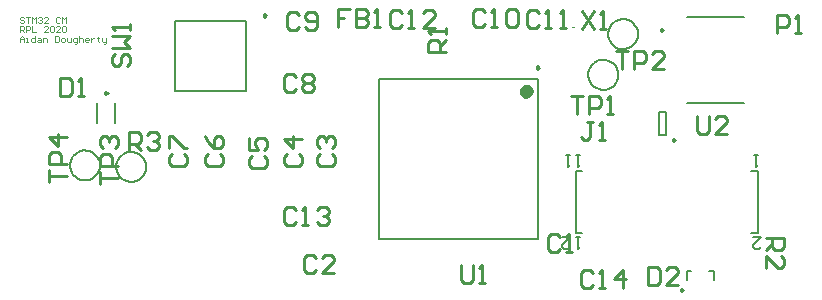
<source format=gto>
G04*
G04 #@! TF.GenerationSoftware,Altium Limited,Altium Designer,20.0.11 (256)*
G04*
G04 Layer_Color=65535*
%FSLAX25Y25*%
%MOIN*%
G70*
G01*
G75*
%ADD10C,0.00787*%
%ADD11C,0.00984*%
%ADD12C,0.00492*%
%ADD13C,0.02362*%
%ADD14C,0.00300*%
%ADD15C,0.00600*%
%ADD16C,0.01000*%
D10*
X30000Y64900D02*
X29898Y65907D01*
X29595Y66872D01*
X29104Y67756D01*
X28445Y68524D01*
X27645Y69143D01*
X26737Y69589D01*
X25757Y69842D01*
X24747Y69894D01*
X23747Y69740D01*
X22798Y69389D01*
X21939Y68854D01*
X21206Y68157D01*
X20628Y67326D01*
X20229Y66397D01*
X20026Y65406D01*
Y64394D01*
X20229Y63403D01*
X20628Y62473D01*
X21206Y61643D01*
X21939Y60946D01*
X22798Y60411D01*
X23747Y60060D01*
X24747Y59906D01*
X25757Y59958D01*
X26737Y60211D01*
X27645Y60657D01*
X28445Y61276D01*
X29104Y62044D01*
X29595Y62928D01*
X29898Y63894D01*
X30000Y64900D01*
X45400Y64400D02*
X45298Y65407D01*
X44995Y66372D01*
X44504Y67256D01*
X43845Y68024D01*
X43045Y68643D01*
X42136Y69089D01*
X41157Y69342D01*
X40147Y69394D01*
X39147Y69240D01*
X38198Y68889D01*
X37339Y68354D01*
X36606Y67657D01*
X36028Y66826D01*
X35629Y65897D01*
X35426Y64906D01*
Y63894D01*
X35629Y62903D01*
X36028Y61974D01*
X36606Y61143D01*
X37339Y60446D01*
X38198Y59911D01*
X39147Y59560D01*
X40147Y59406D01*
X41157Y59458D01*
X42136Y59711D01*
X43045Y60157D01*
X43845Y60776D01*
X44504Y61544D01*
X44995Y62428D01*
X45298Y63393D01*
X45400Y64400D01*
X209400Y108700D02*
X209298Y109706D01*
X208995Y110672D01*
X208504Y111556D01*
X207845Y112324D01*
X207045Y112943D01*
X206136Y113389D01*
X205157Y113642D01*
X204147Y113694D01*
X203147Y113540D01*
X202198Y113189D01*
X201340Y112654D01*
X200606Y111957D01*
X200028Y111126D01*
X199629Y110197D01*
X199426Y109206D01*
Y108194D01*
X199629Y107203D01*
X200028Y106273D01*
X200606Y105443D01*
X201340Y104746D01*
X202198Y104211D01*
X203147Y103860D01*
X204147Y103706D01*
X205157Y103758D01*
X206136Y104011D01*
X207045Y104457D01*
X207845Y105076D01*
X208504Y105844D01*
X208995Y106728D01*
X209298Y107694D01*
X209400Y108700D01*
X202800Y95100D02*
X202698Y96106D01*
X202395Y97072D01*
X201904Y97956D01*
X201245Y98724D01*
X200445Y99343D01*
X199537Y99789D01*
X198557Y100042D01*
X197547Y100094D01*
X196547Y99940D01*
X195598Y99589D01*
X194739Y99054D01*
X194006Y98357D01*
X193428Y97527D01*
X193029Y96597D01*
X192826Y95606D01*
Y94594D01*
X193029Y93603D01*
X193428Y92673D01*
X194006Y91843D01*
X194739Y91146D01*
X195598Y90611D01*
X196547Y90260D01*
X197547Y90106D01*
X198557Y90158D01*
X199537Y90411D01*
X200445Y90857D01*
X201245Y91476D01*
X201904Y92244D01*
X202395Y93128D01*
X202698Y94094D01*
X202800Y95100D01*
X233053Y29757D02*
X234628D01*
Y26608D02*
Y29757D01*
X225572D02*
X227147D01*
X225572Y26608D02*
Y29757D01*
X216419Y74963D02*
Y82837D01*
X218781Y74963D02*
Y82837D01*
X216419D02*
X218781D01*
X216419Y74963D02*
X218781D01*
X225640Y85709D02*
X244656D01*
X225640Y114291D02*
X244656D01*
X29049Y79053D02*
Y85747D01*
X35151Y79053D02*
Y85747D01*
X247130Y63065D02*
X249295D01*
X247130Y42475D02*
X249295D01*
Y63065D01*
X188705Y42475D02*
X190870D01*
X188705Y63065D02*
X190870D01*
X188705Y42475D02*
Y63065D01*
X55118Y89567D02*
X78740D01*
X55118D02*
Y113189D01*
X78740D01*
Y89567D02*
Y113189D01*
X122925Y40425D02*
Y93575D01*
X176075Y40425D02*
X176075Y93575D01*
X122925Y40425D02*
X176075Y40425D01*
X122925Y93575D02*
X176075D01*
D11*
X224490Y23360D02*
X223752Y23786D01*
Y22934D01*
X224490Y23360D01*
X221832Y73388D02*
X221094Y73814D01*
Y72962D01*
X221832Y73388D01*
X217727Y110000D02*
X216989Y110426D01*
Y109574D01*
X217727Y110000D01*
X32592Y89093D02*
X31854Y89519D01*
Y88667D01*
X32592Y89093D01*
X85370Y114953D02*
X84632Y115379D01*
Y114526D01*
X85370Y114953D01*
X176370Y97512D02*
X175632Y97938D01*
Y97086D01*
X176370Y97512D01*
D12*
X187994Y111209D02*
X187502D01*
X187994D01*
D13*
X173319Y89638D02*
X172874Y90561D01*
X171875Y90789D01*
X171074Y90150D01*
Y89125D01*
X171875Y88486D01*
X172874Y88714D01*
X173319Y89638D01*
D14*
X4733Y114071D02*
X4400Y114404D01*
X3733D01*
X3400Y114071D01*
Y113738D01*
X3733Y113405D01*
X4400D01*
X4733Y113071D01*
Y112738D01*
X4400Y112405D01*
X3733D01*
X3400Y112738D01*
X5399Y114404D02*
X6732D01*
X6066D01*
Y112405D01*
X7399D02*
Y114404D01*
X8065Y113738D01*
X8732Y114404D01*
Y112405D01*
X9398Y114071D02*
X9731Y114404D01*
X10398D01*
X10731Y114071D01*
Y113738D01*
X10398Y113405D01*
X10064D01*
X10398D01*
X10731Y113071D01*
Y112738D01*
X10398Y112405D01*
X9731D01*
X9398Y112738D01*
X12730Y112405D02*
X11397D01*
X12730Y113738D01*
Y114071D01*
X12397Y114404D01*
X11731D01*
X11397Y114071D01*
X16729D02*
X16396Y114404D01*
X15729D01*
X15396Y114071D01*
Y112738D01*
X15729Y112405D01*
X16396D01*
X16729Y112738D01*
X17395Y112405D02*
Y114404D01*
X18062Y113738D01*
X18728Y114404D01*
Y112405D01*
X3400Y109286D02*
Y111285D01*
X4400D01*
X4733Y110952D01*
Y110285D01*
X4400Y109952D01*
X3400D01*
X4066D02*
X4733Y109286D01*
X5399D02*
Y111285D01*
X6399D01*
X6732Y110952D01*
Y110285D01*
X6399Y109952D01*
X5399D01*
X7399Y111285D02*
Y109286D01*
X8732D01*
X12730D02*
X11397D01*
X12730Y110619D01*
Y110952D01*
X12397Y111285D01*
X11731D01*
X11397Y110952D01*
X13397D02*
X13730Y111285D01*
X14396D01*
X14730Y110952D01*
Y109619D01*
X14396Y109286D01*
X13730D01*
X13397Y109619D01*
Y110952D01*
X16729Y109286D02*
X15396D01*
X16729Y110619D01*
Y110952D01*
X16396Y111285D01*
X15729D01*
X15396Y110952D01*
X17395D02*
X17729Y111285D01*
X18395D01*
X18728Y110952D01*
Y109619D01*
X18395Y109286D01*
X17729D01*
X17395Y109619D01*
Y110952D01*
X3400Y106167D02*
Y107499D01*
X4066Y108166D01*
X4733Y107499D01*
Y106167D01*
Y107166D01*
X3400D01*
X5399Y106167D02*
X6066D01*
X5733D01*
Y107499D01*
X5399D01*
X8398Y108166D02*
Y106167D01*
X7399D01*
X7066Y106500D01*
Y107166D01*
X7399Y107499D01*
X8398D01*
X9398D02*
X10064D01*
X10398Y107166D01*
Y106167D01*
X9398D01*
X9065Y106500D01*
X9398Y106833D01*
X10398D01*
X11064Y106167D02*
Y107499D01*
X12064D01*
X12397Y107166D01*
Y106167D01*
X15063Y108166D02*
Y106167D01*
X16063D01*
X16396Y106500D01*
Y107833D01*
X16063Y108166D01*
X15063D01*
X17395Y106167D02*
X18062D01*
X18395Y106500D01*
Y107166D01*
X18062Y107499D01*
X17395D01*
X17062Y107166D01*
Y106500D01*
X17395Y106167D01*
X19062Y107499D02*
Y106500D01*
X19395Y106167D01*
X20394D01*
Y107499D01*
X21727Y105500D02*
X22061D01*
X22394Y105833D01*
Y107499D01*
X21394D01*
X21061Y107166D01*
Y106500D01*
X21394Y106167D01*
X22394D01*
X23060Y108166D02*
Y106167D01*
Y107166D01*
X23393Y107499D01*
X24060D01*
X24393Y107166D01*
Y106167D01*
X26059D02*
X25393D01*
X25060Y106500D01*
Y107166D01*
X25393Y107499D01*
X26059D01*
X26392Y107166D01*
Y106833D01*
X25060D01*
X27059Y107499D02*
Y106167D01*
Y106833D01*
X27392Y107166D01*
X27725Y107499D01*
X28059D01*
X29392Y107833D02*
Y107499D01*
X29058D01*
X29725D01*
X29392D01*
Y106500D01*
X29725Y106167D01*
X30724Y107499D02*
Y106500D01*
X31058Y106167D01*
X32057D01*
Y105833D01*
X31724Y105500D01*
X31391D01*
X32057Y106167D02*
Y107499D01*
D15*
X249236Y68518D02*
X247903D01*
X248570D01*
Y64519D01*
X249236Y65186D01*
X247751Y40959D02*
X250417D01*
X247751Y38293D01*
Y37627D01*
X248418Y36960D01*
X249751D01*
X250417Y37627D01*
X189945Y68518D02*
X188612D01*
X189278D01*
Y64519D01*
X189945Y65186D01*
X186613Y68518D02*
X185280D01*
X185946D01*
Y64519D01*
X186613Y65186D01*
X189945Y40959D02*
X188612D01*
X189278D01*
Y36960D01*
X189945Y37627D01*
X183947Y40959D02*
X186613D01*
X183947Y38293D01*
Y37627D01*
X184613Y36960D01*
X185946D01*
X186613Y37627D01*
D16*
X12901Y59303D02*
Y63301D01*
Y61302D01*
X18899D01*
Y65301D02*
X12901D01*
Y68300D01*
X13901Y69299D01*
X15900D01*
X16900Y68300D01*
Y65301D01*
X18899Y74298D02*
X12901D01*
X15900Y71299D01*
Y75297D01*
X30201Y58803D02*
Y62801D01*
Y60802D01*
X36199D01*
Y64801D02*
X30201D01*
Y67800D01*
X31201Y68799D01*
X33200D01*
X34200Y67800D01*
Y64801D01*
X31201Y70799D02*
X30201Y71798D01*
Y73798D01*
X31201Y74797D01*
X32200D01*
X33200Y73798D01*
Y72798D01*
Y73798D01*
X34200Y74797D01*
X35199D01*
X36199Y73798D01*
Y71798D01*
X35199Y70799D01*
X202203Y103099D02*
X206201D01*
X204202D01*
Y97101D01*
X208201D02*
Y103099D01*
X211200D01*
X212199Y102099D01*
Y100100D01*
X211200Y99100D01*
X208201D01*
X218197Y97101D02*
X214199D01*
X218197Y101100D01*
Y102099D01*
X217198Y103099D01*
X215198D01*
X214199Y102099D01*
X187202Y87999D02*
X191201D01*
X189202D01*
Y82001D01*
X193200D02*
Y87999D01*
X196199D01*
X197199Y86999D01*
Y85000D01*
X196199Y84000D01*
X193200D01*
X199198Y82001D02*
X201198D01*
X200198D01*
Y87999D01*
X199198Y86999D01*
X229202Y81499D02*
Y76501D01*
X230201Y75501D01*
X232201D01*
X233200Y76501D01*
Y81499D01*
X239198Y75501D02*
X235200D01*
X239198Y79500D01*
Y80499D01*
X238199Y81499D01*
X236199D01*
X235200Y80499D01*
X212602Y30999D02*
Y25001D01*
X215601D01*
X216600Y26001D01*
Y29999D01*
X215601Y30999D01*
X212602D01*
X222598Y25001D02*
X218600D01*
X222598Y29000D01*
Y29999D01*
X221599Y30999D01*
X219599D01*
X218600Y29999D01*
X255849Y108901D02*
Y114899D01*
X258848D01*
X259848Y113899D01*
Y111900D01*
X258848Y110900D01*
X255849D01*
X261847Y108901D02*
X263847D01*
X262847D01*
Y114899D01*
X261847Y113899D01*
X39702Y70001D02*
Y75999D01*
X42701D01*
X43700Y74999D01*
Y73000D01*
X42701Y72000D01*
X39702D01*
X41701D02*
X43700Y70001D01*
X45700Y74999D02*
X46699Y75999D01*
X48699D01*
X49698Y74999D01*
Y74000D01*
X48699Y73000D01*
X47699D01*
X48699D01*
X49698Y72000D01*
Y71001D01*
X48699Y70001D01*
X46699D01*
X45700Y71001D01*
X16801Y93899D02*
Y87901D01*
X19800D01*
X20800Y88901D01*
Y92899D01*
X19800Y93899D01*
X16801D01*
X22799Y87901D02*
X24799D01*
X23799D01*
Y93899D01*
X22799Y92899D01*
X252001Y40698D02*
X257999D01*
Y37699D01*
X256999Y36700D01*
X255000D01*
X254000Y37699D01*
Y40698D01*
Y38699D02*
X252001Y36700D01*
Y30702D02*
Y34700D01*
X256000Y30702D01*
X256999D01*
X257999Y31701D01*
Y33701D01*
X256999Y34700D01*
X194400Y79499D02*
X192401D01*
X193400D01*
Y74501D01*
X192401Y73501D01*
X191401D01*
X190401Y74501D01*
X196399Y73501D02*
X198399D01*
X197399D01*
Y79499D01*
X196399Y78499D01*
X190601Y116499D02*
X194600Y110501D01*
Y116499D02*
X190601Y110501D01*
X196599D02*
X198599D01*
X197599D01*
Y116499D01*
X196599Y115499D01*
X95501Y49999D02*
X94502Y50999D01*
X92502D01*
X91502Y49999D01*
Y46001D01*
X92502Y45001D01*
X94502D01*
X95501Y46001D01*
X97500Y45001D02*
X99500D01*
X98500D01*
Y50999D01*
X97500Y49999D01*
X102499D02*
X103499Y50999D01*
X105498D01*
X106498Y49999D01*
Y49000D01*
X105498Y48000D01*
X104498D01*
X105498D01*
X106498Y47000D01*
Y46001D01*
X105498Y45001D01*
X103499D01*
X102499Y46001D01*
X102100Y33899D02*
X101101Y34899D01*
X99101D01*
X98102Y33899D01*
Y29901D01*
X99101Y28901D01*
X101101D01*
X102100Y29901D01*
X108098Y28901D02*
X104100D01*
X108098Y32900D01*
Y33899D01*
X107099Y34899D01*
X105099D01*
X104100Y33899D01*
X35001Y102001D02*
X34001Y101001D01*
Y99002D01*
X35001Y98002D01*
X36000D01*
X37000Y99002D01*
Y101001D01*
X38000Y102001D01*
X38999D01*
X39999Y101001D01*
Y99002D01*
X38999Y98002D01*
X34001Y104000D02*
X39999D01*
X38000Y106000D01*
X39999Y107999D01*
X34001D01*
X39999Y109998D02*
Y111998D01*
Y110998D01*
X34001D01*
X35001Y109998D01*
X145499Y102801D02*
X139501D01*
Y105800D01*
X140501Y106800D01*
X142500D01*
X143500Y105800D01*
Y102801D01*
Y104801D02*
X145499Y106800D01*
Y108799D02*
Y110799D01*
Y109799D01*
X139501D01*
X140501Y108799D01*
X113301Y117099D02*
X109302D01*
Y114100D01*
X111302D01*
X109302D01*
Y111101D01*
X115300Y117099D02*
Y111101D01*
X118299D01*
X119299Y112101D01*
Y113100D01*
X118299Y114100D01*
X115300D01*
X118299D01*
X119299Y115100D01*
Y116099D01*
X118299Y117099D01*
X115300D01*
X121298Y111101D02*
X123298D01*
X122298D01*
Y117099D01*
X121298Y116099D01*
X65914Y68882D02*
X64914Y67883D01*
Y65883D01*
X65914Y64884D01*
X69913D01*
X70912Y65883D01*
Y67883D01*
X69913Y68882D01*
X64914Y74880D02*
X65914Y72881D01*
X67913Y70882D01*
X69913D01*
X70912Y71881D01*
Y73881D01*
X69913Y74880D01*
X68913D01*
X67913Y73881D01*
Y70882D01*
X96441Y115188D02*
X95442Y116188D01*
X93442D01*
X92443Y115188D01*
Y111190D01*
X93442Y110190D01*
X95442D01*
X96441Y111190D01*
X98441D02*
X99440Y110190D01*
X101440D01*
X102439Y111190D01*
Y115188D01*
X101440Y116188D01*
X99440D01*
X98441Y115188D01*
Y114189D01*
X99440Y113189D01*
X102439D01*
X194301Y29199D02*
X193301Y30199D01*
X191302D01*
X190302Y29199D01*
Y25201D01*
X191302Y24201D01*
X193301D01*
X194301Y25201D01*
X196300Y24201D02*
X198300D01*
X197300D01*
Y30199D01*
X196300Y29199D01*
X204298Y24201D02*
Y30199D01*
X201299Y27200D01*
X205298D01*
X54103Y68882D02*
X53103Y67883D01*
Y65883D01*
X54103Y64884D01*
X58102D01*
X59101Y65883D01*
Y67883D01*
X58102Y68882D01*
X53103Y70882D02*
Y74880D01*
X54103D01*
X58102Y70882D01*
X59101D01*
X158501Y116199D02*
X157501Y117199D01*
X155502D01*
X154502Y116199D01*
Y112201D01*
X155502Y111201D01*
X157501D01*
X158501Y112201D01*
X160501Y111201D02*
X162500D01*
X161500D01*
Y117199D01*
X160501Y116199D01*
X165499D02*
X166499Y117199D01*
X168498D01*
X169498Y116199D01*
Y112201D01*
X168498Y111201D01*
X166499D01*
X165499Y112201D01*
Y116199D01*
X95457Y94519D02*
X94457Y95519D01*
X92458D01*
X91458Y94519D01*
Y90520D01*
X92458Y89521D01*
X94457D01*
X95457Y90520D01*
X97456Y94519D02*
X98456Y95519D01*
X100455D01*
X101455Y94519D01*
Y93519D01*
X100455Y92520D01*
X101455Y91520D01*
Y90520D01*
X100455Y89521D01*
X98456D01*
X97456Y90520D01*
Y91520D01*
X98456Y92520D01*
X97456Y93519D01*
Y94519D01*
X98456Y92520D02*
X100455D01*
X183300Y41099D02*
X182300Y42099D01*
X180301D01*
X179301Y41099D01*
Y37101D01*
X180301Y36101D01*
X182300D01*
X183300Y37101D01*
X185299Y36101D02*
X187299D01*
X186299D01*
Y42099D01*
X185299Y41099D01*
X92489Y68882D02*
X91489Y67883D01*
Y65883D01*
X92489Y64884D01*
X96487D01*
X97487Y65883D01*
Y67883D01*
X96487Y68882D01*
X97487Y73881D02*
X91489D01*
X94488Y70882D01*
Y74880D01*
X176401Y115799D02*
X175401Y116799D01*
X173402D01*
X172402Y115799D01*
Y111801D01*
X173402Y110801D01*
X175401D01*
X176401Y111801D01*
X178400Y110801D02*
X180400D01*
X179400D01*
Y116799D01*
X178400Y115799D01*
X183399Y110801D02*
X185398D01*
X184398D01*
Y116799D01*
X183399Y115799D01*
X80678Y67898D02*
X79678Y66898D01*
Y64899D01*
X80678Y63899D01*
X84676D01*
X85676Y64899D01*
Y66898D01*
X84676Y67898D01*
X79678Y73896D02*
Y69897D01*
X82677D01*
X81678Y71897D01*
Y72896D01*
X82677Y73896D01*
X84676D01*
X85676Y72896D01*
Y70897D01*
X84676Y69897D01*
X103316Y68882D02*
X102316Y67883D01*
Y65883D01*
X103316Y64884D01*
X107314D01*
X108314Y65883D01*
Y67883D01*
X107314Y68882D01*
X103316Y70882D02*
X102316Y71881D01*
Y73881D01*
X103316Y74880D01*
X104315D01*
X105315Y73881D01*
Y72881D01*
Y73881D01*
X106315Y74880D01*
X107314D01*
X108314Y73881D01*
Y71881D01*
X107314Y70882D01*
X130801Y115699D02*
X129801Y116699D01*
X127802D01*
X126802Y115699D01*
Y111701D01*
X127802Y110701D01*
X129801D01*
X130801Y111701D01*
X132800Y110701D02*
X134800D01*
X133800D01*
Y116699D01*
X132800Y115699D01*
X141798Y110701D02*
X137799D01*
X141798Y114700D01*
Y115699D01*
X140798Y116699D01*
X138799D01*
X137799Y115699D01*
X150301Y31599D02*
Y26601D01*
X151301Y25601D01*
X153300D01*
X154300Y26601D01*
Y31599D01*
X156299Y25601D02*
X158299D01*
X157299D01*
Y31599D01*
X156299Y30599D01*
M02*

</source>
